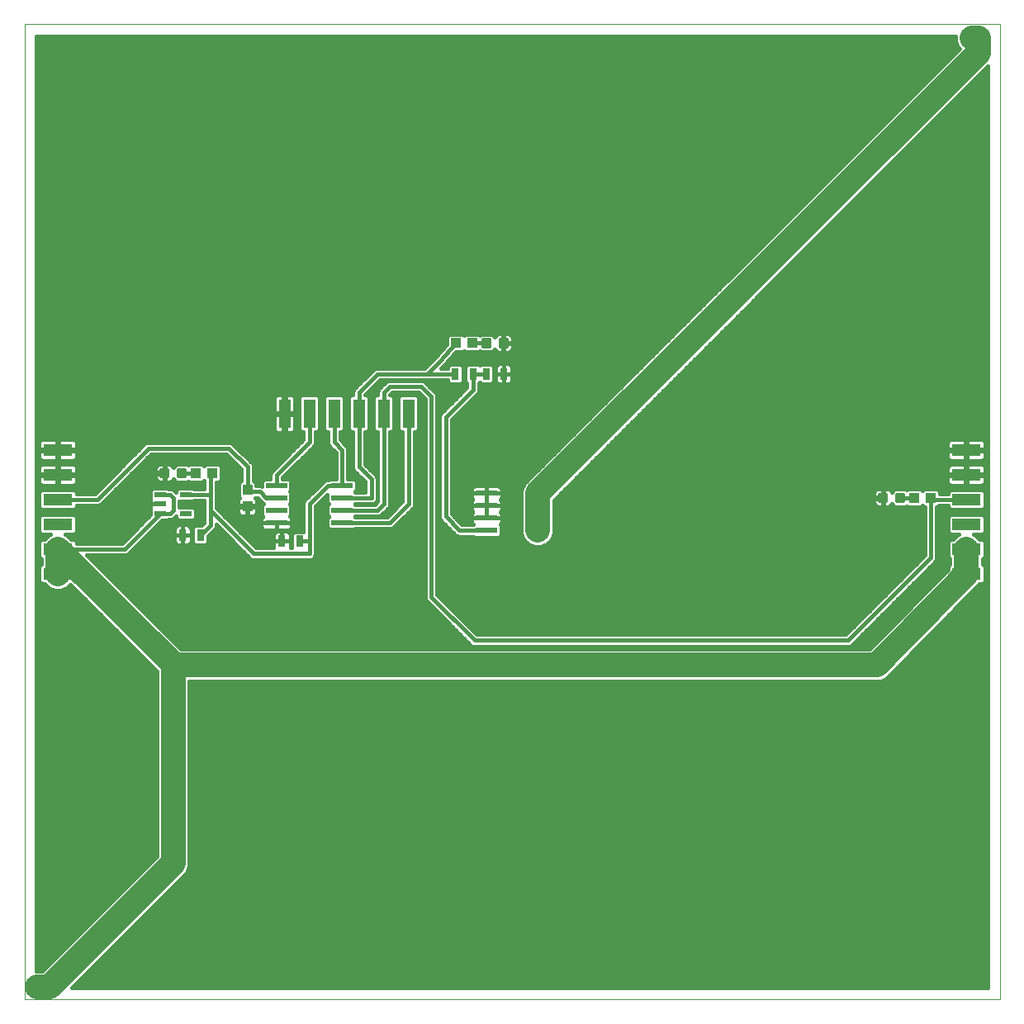
<source format=gtl>
G75*
%MOIN*%
%OFA0B0*%
%FSLAX24Y24*%
%IPPOS*%
%LPD*%
%AMOC8*
5,1,8,0,0,1.08239X$1,22.5*
%
%ADD10C,0.0000*%
%ADD11R,0.0870X0.0240*%
%ADD12C,0.0118*%
%ADD13R,0.0433X0.0394*%
%ADD14R,0.0472X0.0217*%
%ADD15R,0.0315X0.0472*%
%ADD16R,0.1181X0.0492*%
%ADD17R,0.0394X0.0433*%
%ADD18R,0.0492X0.1181*%
%ADD19C,0.0160*%
%ADD20C,0.1000*%
%ADD21C,0.0396*%
D10*
X003961Y000680D02*
X003961Y040050D01*
X043331Y040050D01*
X043331Y000680D01*
X003961Y000680D01*
D11*
X022616Y019615D03*
X022616Y020115D03*
X022616Y020615D03*
X022616Y021115D03*
X024676Y021115D03*
X024676Y020615D03*
X024676Y020115D03*
X024676Y019615D03*
X016781Y019930D03*
X016781Y020430D03*
X016781Y020930D03*
X016781Y021430D03*
X014131Y021430D03*
X014131Y020930D03*
X014131Y020430D03*
X014131Y019930D03*
D12*
X010445Y021792D02*
X010445Y022068D01*
X010445Y021792D02*
X010169Y021792D01*
X010169Y022068D01*
X010445Y022068D01*
X010445Y021909D02*
X010169Y021909D01*
X010169Y022026D02*
X010445Y022026D01*
X009754Y022068D02*
X009754Y021792D01*
X009478Y021792D01*
X009478Y022068D01*
X009754Y022068D01*
X009754Y021909D02*
X009478Y021909D01*
X009478Y022026D02*
X009754Y022026D01*
X022478Y027042D02*
X022478Y027318D01*
X022754Y027318D01*
X022754Y027042D01*
X022478Y027042D01*
X022478Y027159D02*
X022754Y027159D01*
X022754Y027276D02*
X022478Y027276D01*
X023169Y027318D02*
X023169Y027042D01*
X023169Y027318D02*
X023445Y027318D01*
X023445Y027042D01*
X023169Y027042D01*
X023169Y027159D02*
X023445Y027159D01*
X023445Y027276D02*
X023169Y027276D01*
X038754Y021068D02*
X038754Y020792D01*
X038478Y020792D01*
X038478Y021068D01*
X038754Y021068D01*
X038754Y020909D02*
X038478Y020909D01*
X038478Y021026D02*
X038754Y021026D01*
X039445Y021068D02*
X039445Y020792D01*
X039169Y020792D01*
X039169Y021068D01*
X039445Y021068D01*
X039445Y020909D02*
X039169Y020909D01*
X039169Y021026D02*
X039445Y021026D01*
D13*
X039877Y020930D03*
X040546Y020930D03*
X022046Y027180D03*
X021377Y027180D03*
X011546Y021930D03*
X010877Y021930D03*
D14*
X010473Y021054D03*
X010473Y020306D03*
X009450Y020306D03*
X009450Y020680D03*
X009450Y021054D03*
D15*
X010357Y019430D03*
X011066Y019430D03*
X014357Y019180D03*
X015066Y019180D03*
X021357Y025930D03*
X022066Y025930D03*
X022607Y025930D03*
X023316Y025930D03*
D16*
X005310Y022865D03*
X005310Y021865D03*
X005310Y020865D03*
X005310Y019865D03*
X005310Y018865D03*
X005310Y017865D03*
X041983Y017865D03*
X041983Y018865D03*
X041983Y019865D03*
X041983Y020865D03*
X041983Y021865D03*
X041983Y022865D03*
D17*
X012961Y021265D03*
X012961Y020595D03*
D18*
X014461Y024332D03*
X015461Y024332D03*
X016461Y024332D03*
X017461Y024332D03*
X018461Y024332D03*
X019461Y024332D03*
D19*
X019461Y020680D01*
X018711Y019930D01*
X016781Y019930D01*
X016781Y020430D02*
X018211Y020430D01*
X018461Y020680D01*
X018461Y024332D01*
X018461Y025180D01*
X018711Y025430D01*
X019961Y025430D01*
X020377Y025015D01*
X020377Y016930D01*
X022127Y015180D01*
X037211Y015180D01*
X040546Y018515D01*
X040546Y020930D01*
X040611Y020865D01*
X041983Y020865D01*
X041940Y021439D02*
X041369Y021439D01*
X041323Y021451D01*
X041282Y021475D01*
X041248Y021508D01*
X041225Y021549D01*
X041213Y021595D01*
X041213Y021822D01*
X041940Y021822D01*
X041940Y021908D01*
X041213Y021908D01*
X041213Y022135D01*
X041225Y022181D01*
X041248Y022222D01*
X041282Y022255D01*
X041323Y022279D01*
X041369Y022291D01*
X041940Y022291D01*
X041940Y021908D01*
X042026Y021908D01*
X042026Y022291D01*
X042597Y022291D01*
X042643Y022279D01*
X042684Y022255D01*
X042718Y022222D01*
X042741Y022181D01*
X042754Y022135D01*
X042754Y021908D01*
X042026Y021908D01*
X042026Y021822D01*
X042026Y021439D01*
X042597Y021439D01*
X042643Y021451D01*
X042684Y021475D01*
X042718Y021508D01*
X042741Y021549D01*
X042754Y021595D01*
X042754Y021822D01*
X042026Y021822D01*
X041940Y021822D01*
X041940Y021439D01*
X041940Y021444D02*
X042026Y021444D01*
X042026Y021602D02*
X041940Y021602D01*
X041940Y021761D02*
X042026Y021761D01*
X042026Y021919D02*
X041940Y021919D01*
X041940Y022078D02*
X042026Y022078D01*
X042026Y022236D02*
X041940Y022236D01*
X041940Y022439D02*
X041369Y022439D01*
X041323Y022451D01*
X041282Y022475D01*
X041248Y022508D01*
X041225Y022549D01*
X041213Y022595D01*
X041213Y022822D01*
X041940Y022822D01*
X041940Y022908D01*
X041213Y022908D01*
X041213Y023135D01*
X041225Y023181D01*
X041248Y023222D01*
X041282Y023255D01*
X041323Y023279D01*
X041369Y023291D01*
X041940Y023291D01*
X041940Y022908D01*
X042026Y022908D01*
X042026Y023291D01*
X042597Y023291D01*
X042643Y023279D01*
X042684Y023255D01*
X042718Y023222D01*
X042741Y023181D01*
X042754Y023135D01*
X042754Y022908D01*
X042026Y022908D01*
X042026Y022822D01*
X042026Y022439D01*
X042597Y022439D01*
X042643Y022451D01*
X042684Y022475D01*
X042718Y022508D01*
X042741Y022549D01*
X042754Y022595D01*
X042754Y022822D01*
X042026Y022822D01*
X041940Y022822D01*
X041940Y022439D01*
X041940Y022553D02*
X042026Y022553D01*
X042026Y022712D02*
X041940Y022712D01*
X041940Y022870D02*
X027365Y022870D01*
X027523Y023029D02*
X041213Y023029D01*
X041229Y023187D02*
X027682Y023187D01*
X027840Y023346D02*
X042851Y023346D01*
X042851Y023504D02*
X027999Y023504D01*
X028157Y023663D02*
X042851Y023663D01*
X042851Y023821D02*
X028316Y023821D01*
X028474Y023980D02*
X042851Y023980D01*
X042851Y024138D02*
X028633Y024138D01*
X028791Y024297D02*
X042851Y024297D01*
X042851Y024455D02*
X028950Y024455D01*
X029108Y024614D02*
X042851Y024614D01*
X042851Y024772D02*
X029267Y024772D01*
X029425Y024931D02*
X042851Y024931D01*
X042851Y025089D02*
X029584Y025089D01*
X029742Y025248D02*
X042851Y025248D01*
X042851Y025406D02*
X029901Y025406D01*
X030059Y025565D02*
X042851Y025565D01*
X042851Y025723D02*
X030218Y025723D01*
X030376Y025882D02*
X042851Y025882D01*
X042851Y026040D02*
X030535Y026040D01*
X030693Y026199D02*
X042851Y026199D01*
X042851Y026357D02*
X030852Y026357D01*
X031010Y026516D02*
X042851Y026516D01*
X042851Y026674D02*
X031169Y026674D01*
X031327Y026833D02*
X042851Y026833D01*
X042851Y026991D02*
X031486Y026991D01*
X031644Y027150D02*
X042851Y027150D01*
X042851Y027308D02*
X031803Y027308D01*
X031961Y027467D02*
X042851Y027467D01*
X042851Y027625D02*
X032120Y027625D01*
X032278Y027784D02*
X042851Y027784D01*
X042851Y027942D02*
X032437Y027942D01*
X032595Y028101D02*
X042851Y028101D01*
X042851Y028259D02*
X032754Y028259D01*
X032912Y028418D02*
X042851Y028418D01*
X042851Y028576D02*
X033071Y028576D01*
X033229Y028735D02*
X042851Y028735D01*
X042851Y028893D02*
X033388Y028893D01*
X033546Y029052D02*
X042851Y029052D01*
X042851Y029210D02*
X033705Y029210D01*
X033863Y029369D02*
X042851Y029369D01*
X042851Y029527D02*
X034022Y029527D01*
X034180Y029686D02*
X042851Y029686D01*
X042851Y029844D02*
X034339Y029844D01*
X034497Y030003D02*
X042851Y030003D01*
X042851Y030161D02*
X034656Y030161D01*
X034814Y030320D02*
X042851Y030320D01*
X042851Y030478D02*
X034973Y030478D01*
X035131Y030637D02*
X042851Y030637D01*
X042851Y030795D02*
X035290Y030795D01*
X035448Y030954D02*
X042851Y030954D01*
X042851Y031112D02*
X035607Y031112D01*
X035765Y031271D02*
X042851Y031271D01*
X042851Y031429D02*
X035924Y031429D01*
X036082Y031588D02*
X042851Y031588D01*
X042851Y031746D02*
X036241Y031746D01*
X036399Y031905D02*
X042851Y031905D01*
X042851Y032063D02*
X036558Y032063D01*
X036716Y032222D02*
X042851Y032222D01*
X042851Y032380D02*
X036875Y032380D01*
X037033Y032539D02*
X042851Y032539D01*
X042851Y032697D02*
X037192Y032697D01*
X037350Y032856D02*
X042851Y032856D01*
X042851Y033014D02*
X037509Y033014D01*
X037667Y033173D02*
X042851Y033173D01*
X042851Y033331D02*
X037826Y033331D01*
X037984Y033490D02*
X042851Y033490D01*
X042851Y033648D02*
X038143Y033648D01*
X038301Y033807D02*
X042851Y033807D01*
X042851Y033965D02*
X038460Y033965D01*
X038618Y034124D02*
X042851Y034124D01*
X042851Y034282D02*
X038777Y034282D01*
X038935Y034441D02*
X042851Y034441D01*
X042851Y034599D02*
X039094Y034599D01*
X039252Y034758D02*
X042851Y034758D01*
X042851Y034916D02*
X039411Y034916D01*
X039569Y035075D02*
X042851Y035075D01*
X042851Y035233D02*
X039728Y035233D01*
X039886Y035392D02*
X042851Y035392D01*
X042851Y035550D02*
X040045Y035550D01*
X040203Y035709D02*
X042851Y035709D01*
X042851Y035867D02*
X040362Y035867D01*
X040520Y036026D02*
X042851Y036026D01*
X042851Y036184D02*
X040679Y036184D01*
X040837Y036343D02*
X042851Y036343D01*
X042851Y036501D02*
X040996Y036501D01*
X041154Y036660D02*
X042851Y036660D01*
X042851Y036818D02*
X041313Y036818D01*
X041471Y036977D02*
X042851Y036977D01*
X042851Y037135D02*
X041630Y037135D01*
X041788Y037294D02*
X042851Y037294D01*
X042851Y037452D02*
X041947Y037452D01*
X042105Y037611D02*
X042851Y037611D01*
X042851Y037769D02*
X042264Y037769D01*
X042422Y037928D02*
X042851Y037928D01*
X042851Y038086D02*
X042581Y038086D01*
X042739Y038245D02*
X042851Y038245D01*
X042851Y038357D02*
X042851Y001160D01*
X005875Y001160D01*
X010521Y005806D01*
X010621Y006049D01*
X010621Y013520D01*
X038235Y013520D01*
X038238Y013519D01*
X038366Y013520D01*
X038494Y013520D01*
X038497Y013521D01*
X038500Y013521D01*
X038618Y013571D01*
X038737Y013620D01*
X038739Y013623D01*
X038742Y013624D01*
X038832Y013715D01*
X038923Y013806D01*
X038924Y013809D01*
X042452Y017400D01*
X042510Y017459D01*
X042640Y017459D01*
X042734Y017553D01*
X042734Y018177D01*
X042643Y018268D01*
X042643Y018462D01*
X042734Y018553D01*
X042734Y019177D01*
X042640Y019271D01*
X042510Y019271D01*
X042357Y019425D01*
X042274Y019459D01*
X042640Y019459D01*
X042734Y019553D01*
X042734Y020177D01*
X042640Y020271D01*
X041326Y020271D01*
X041233Y020177D01*
X041233Y019553D01*
X041326Y019459D01*
X041692Y019459D01*
X041609Y019425D01*
X041456Y019271D01*
X041326Y019271D01*
X041233Y019177D01*
X041233Y018553D01*
X041323Y018462D01*
X041323Y018268D01*
X041233Y018177D01*
X041233Y018043D01*
X038086Y014840D01*
X010268Y014840D01*
X006483Y018625D01*
X008056Y018625D01*
X008145Y018662D01*
X008212Y018729D01*
X009521Y020038D01*
X009752Y020038D01*
X009780Y020066D01*
X009885Y020066D01*
X009973Y020103D01*
X010077Y020206D01*
X010077Y020131D01*
X010171Y020038D01*
X010776Y020038D01*
X010869Y020131D01*
X010869Y020481D01*
X010776Y020574D01*
X010201Y020574D01*
X010201Y020786D01*
X010776Y020786D01*
X010804Y020814D01*
X011221Y020814D01*
X011221Y019925D01*
X011123Y019826D01*
X010842Y019826D01*
X010748Y019732D01*
X010748Y019128D01*
X010842Y019034D01*
X011290Y019034D01*
X011383Y019128D01*
X011383Y019408D01*
X011597Y019622D01*
X011665Y019690D01*
X011701Y019778D01*
X011701Y019851D01*
X013008Y018544D01*
X013075Y018477D01*
X013164Y018440D01*
X015509Y018440D01*
X015597Y018477D01*
X015665Y018544D01*
X015701Y018632D01*
X015701Y020581D01*
X016186Y021066D01*
X016186Y020744D01*
X016250Y020680D01*
X016186Y020616D01*
X016186Y020244D01*
X016250Y020180D01*
X016186Y020116D01*
X016186Y019744D01*
X016280Y019650D01*
X017283Y019650D01*
X017323Y019690D01*
X018759Y019690D01*
X018847Y019727D01*
X018915Y019794D01*
X019665Y020544D01*
X019701Y020632D01*
X019701Y023581D01*
X019774Y023581D01*
X019867Y023675D01*
X019867Y024988D01*
X019774Y025082D01*
X019149Y025082D01*
X019055Y024988D01*
X019055Y023675D01*
X019149Y023581D01*
X019221Y023581D01*
X019221Y020779D01*
X018612Y020170D01*
X017323Y020170D01*
X017313Y020180D01*
X017323Y020190D01*
X018259Y020190D01*
X018347Y020227D01*
X018597Y020477D01*
X018665Y020544D01*
X018701Y020632D01*
X018701Y023581D01*
X018774Y023581D01*
X018867Y023675D01*
X018867Y024988D01*
X018774Y025082D01*
X018703Y025082D01*
X018811Y025190D01*
X019862Y025190D01*
X020137Y024915D01*
X020137Y016882D01*
X020173Y016794D01*
X020241Y016727D01*
X021923Y015044D01*
X021991Y014977D01*
X022079Y014940D01*
X037259Y014940D01*
X037347Y014977D01*
X040682Y018311D01*
X040750Y018379D01*
X040786Y018467D01*
X040786Y020573D01*
X040829Y020573D01*
X040881Y020625D01*
X041233Y020625D01*
X041233Y020553D01*
X041326Y020459D01*
X042640Y020459D01*
X042734Y020553D01*
X042734Y021177D01*
X042640Y021271D01*
X041326Y021271D01*
X041233Y021177D01*
X041233Y021105D01*
X040923Y021105D01*
X040923Y021193D01*
X040829Y021287D01*
X040263Y021287D01*
X040211Y021235D01*
X040160Y021287D01*
X039594Y021287D01*
X039565Y021257D01*
X039535Y021287D01*
X039078Y021287D01*
X038968Y021176D01*
X038966Y021181D01*
X038940Y021220D01*
X038906Y021253D01*
X038867Y021280D01*
X038824Y021298D01*
X038777Y021307D01*
X038635Y021307D01*
X038635Y020948D01*
X038598Y020948D01*
X038598Y020912D01*
X038239Y020912D01*
X038239Y020769D01*
X038248Y020722D01*
X038266Y020679D01*
X038293Y020640D01*
X038326Y020607D01*
X038365Y020580D01*
X038409Y020562D01*
X038455Y020553D01*
X038598Y020553D01*
X038598Y020912D01*
X038635Y020912D01*
X038635Y020553D01*
X038777Y020553D01*
X038824Y020562D01*
X038867Y020580D01*
X038906Y020607D01*
X038940Y020640D01*
X038966Y020679D01*
X038968Y020684D01*
X039078Y020573D01*
X039535Y020573D01*
X039565Y020603D01*
X039594Y020573D01*
X040160Y020573D01*
X040211Y020625D01*
X040263Y020573D01*
X040306Y020573D01*
X040306Y018614D01*
X037112Y015420D01*
X022226Y015420D01*
X020617Y017029D01*
X020617Y025062D01*
X020580Y025151D01*
X020165Y025566D01*
X020097Y025633D01*
X020009Y025670D01*
X018664Y025670D01*
X018575Y025633D01*
X018325Y025383D01*
X018258Y025316D01*
X018221Y025228D01*
X018221Y025082D01*
X018149Y025082D01*
X018055Y024988D01*
X018055Y023675D01*
X018149Y023581D01*
X018221Y023581D01*
X018221Y020779D01*
X018112Y020670D01*
X017323Y020670D01*
X017313Y020680D01*
X017323Y020690D01*
X018009Y020690D01*
X018097Y020727D01*
X018165Y020794D01*
X018201Y020882D01*
X018201Y021728D01*
X018165Y021816D01*
X018097Y021883D01*
X017701Y022279D01*
X017701Y023581D01*
X017774Y023581D01*
X017867Y023675D01*
X017867Y024988D01*
X017774Y025082D01*
X017703Y025082D01*
X018311Y025690D01*
X021040Y025690D01*
X021040Y025628D01*
X021133Y025534D01*
X021581Y025534D01*
X021675Y025628D01*
X021675Y026232D01*
X021581Y026326D01*
X021133Y026326D01*
X021040Y026232D01*
X021040Y026170D01*
X020791Y026170D01*
X020853Y026232D01*
X020859Y026235D01*
X020886Y026265D01*
X020915Y026294D01*
X020918Y026301D01*
X021381Y026823D01*
X021660Y026823D01*
X021711Y026875D01*
X021763Y026823D01*
X022329Y026823D01*
X022358Y026853D01*
X022388Y026823D01*
X022845Y026823D01*
X022955Y026934D01*
X022957Y026929D01*
X022983Y026890D01*
X023017Y026857D01*
X023056Y026830D01*
X023099Y026812D01*
X023145Y026803D01*
X023288Y026803D01*
X023288Y027162D01*
X023325Y027162D01*
X023325Y027198D01*
X023684Y027198D01*
X023684Y027341D01*
X023674Y027388D01*
X023656Y027431D01*
X023630Y027470D01*
X023597Y027503D01*
X023558Y027530D01*
X023514Y027548D01*
X023468Y027557D01*
X023325Y027557D01*
X023325Y027198D01*
X023288Y027198D01*
X023288Y027557D01*
X023145Y027557D01*
X023099Y027548D01*
X023056Y027530D01*
X023017Y027503D01*
X022983Y027470D01*
X022957Y027431D01*
X022955Y027426D01*
X022845Y027537D01*
X022388Y027537D01*
X022358Y027507D01*
X022329Y027537D01*
X021763Y027537D01*
X021711Y027485D01*
X021660Y027537D01*
X021094Y027537D01*
X021000Y027443D01*
X021000Y027117D01*
X020537Y026595D01*
X020112Y026170D01*
X018164Y026170D01*
X018075Y026133D01*
X017325Y025383D01*
X017258Y025316D01*
X017221Y025228D01*
X017221Y025082D01*
X017149Y025082D01*
X017055Y024988D01*
X017055Y023675D01*
X017149Y023581D01*
X017221Y023581D01*
X017221Y022132D01*
X017258Y022044D01*
X017325Y021977D01*
X017721Y021581D01*
X017721Y021170D01*
X017323Y021170D01*
X017313Y021180D01*
X017376Y021244D01*
X017376Y021616D01*
X017283Y021710D01*
X017021Y021710D01*
X017021Y022908D01*
X016985Y022996D01*
X016701Y023279D01*
X016701Y023581D01*
X016774Y023581D01*
X016867Y023675D01*
X016867Y024988D01*
X016774Y025082D01*
X016149Y025082D01*
X016055Y024988D01*
X016055Y023675D01*
X016149Y023581D01*
X016221Y023581D01*
X016221Y023132D01*
X016258Y023044D01*
X016325Y022977D01*
X016541Y022761D01*
X016541Y021710D01*
X016280Y021710D01*
X016240Y021670D01*
X016164Y021670D01*
X016075Y021633D01*
X016008Y021566D01*
X015258Y020816D01*
X015221Y020728D01*
X015221Y019576D01*
X014842Y019576D01*
X014748Y019482D01*
X014748Y018920D01*
X014695Y018920D01*
X014695Y019180D01*
X014695Y019440D01*
X014682Y019486D01*
X014659Y019527D01*
X014625Y019560D01*
X014584Y019584D01*
X014538Y019596D01*
X014357Y019596D01*
X014176Y019596D01*
X014130Y019584D01*
X014089Y019560D01*
X014056Y019527D01*
X014032Y019486D01*
X014020Y019440D01*
X014020Y019180D01*
X014020Y018920D01*
X013311Y018920D01*
X011701Y020529D01*
X011701Y021573D01*
X011829Y021573D01*
X011923Y021667D01*
X011923Y022193D01*
X011829Y022287D01*
X011263Y022287D01*
X011211Y022235D01*
X011160Y022287D01*
X010594Y022287D01*
X010565Y022257D01*
X010535Y022287D01*
X010078Y022287D01*
X009968Y022176D01*
X009966Y022181D01*
X009940Y022220D01*
X009906Y022253D01*
X009867Y022280D01*
X009824Y022298D01*
X009777Y022307D01*
X009635Y022307D01*
X009635Y021948D01*
X009598Y021948D01*
X009598Y021912D01*
X009239Y021912D01*
X009239Y021769D01*
X009248Y021722D01*
X009266Y021679D01*
X009293Y021640D01*
X009326Y021607D01*
X009365Y021580D01*
X009409Y021562D01*
X009455Y021553D01*
X009598Y021553D01*
X009598Y021912D01*
X009635Y021912D01*
X009635Y021553D01*
X009777Y021553D01*
X009824Y021562D01*
X009867Y021580D01*
X009906Y021607D01*
X009940Y021640D01*
X009966Y021679D01*
X009968Y021684D01*
X010078Y021573D01*
X010535Y021573D01*
X010565Y021603D01*
X010594Y021573D01*
X011160Y021573D01*
X011211Y021625D01*
X011221Y021615D01*
X011221Y021294D01*
X010804Y021294D01*
X010776Y021322D01*
X010171Y021322D01*
X010077Y021229D01*
X010077Y021154D01*
X010041Y021190D01*
X009973Y021257D01*
X009885Y021294D01*
X009780Y021294D01*
X009752Y021322D01*
X009147Y021322D01*
X009053Y021229D01*
X009053Y020879D01*
X009056Y020876D01*
X009046Y020858D01*
X009033Y020812D01*
X009033Y020680D01*
X009450Y020680D01*
X009450Y020680D01*
X009033Y020680D01*
X009033Y020548D01*
X009046Y020502D01*
X009056Y020484D01*
X009053Y020481D01*
X009053Y020249D01*
X007909Y019105D01*
X006060Y019105D01*
X006060Y019177D01*
X005967Y019271D01*
X005837Y019271D01*
X005684Y019425D01*
X005601Y019459D01*
X005967Y019459D01*
X006060Y019553D01*
X006060Y020177D01*
X005967Y020271D01*
X004653Y020271D01*
X004559Y020177D01*
X004559Y019553D01*
X004653Y019459D01*
X005019Y019459D01*
X004936Y019425D01*
X004783Y019271D01*
X004653Y019271D01*
X004559Y019177D01*
X004559Y018553D01*
X004650Y018462D01*
X004650Y018268D01*
X004559Y018177D01*
X004559Y017553D01*
X004653Y017459D01*
X004783Y017459D01*
X004936Y017306D01*
X005179Y017205D01*
X005441Y017205D01*
X005684Y017306D01*
X005810Y017432D01*
X009301Y013940D01*
X009301Y006453D01*
X004688Y001840D01*
X004441Y001840D01*
X004441Y039570D01*
X041547Y039570D01*
X041547Y039357D01*
X041648Y039115D01*
X041695Y039067D01*
X024117Y021489D01*
X024016Y021246D01*
X024016Y019484D01*
X024117Y019241D01*
X024303Y019056D01*
X024545Y018955D01*
X024808Y018955D01*
X025050Y019056D01*
X025236Y019241D01*
X025336Y019484D01*
X025336Y020842D01*
X042851Y038357D01*
X041665Y039037D02*
X004441Y039037D01*
X004441Y038879D02*
X041507Y038879D01*
X041348Y038720D02*
X004441Y038720D01*
X004441Y038562D02*
X041190Y038562D01*
X041031Y038403D02*
X004441Y038403D01*
X004441Y038245D02*
X040873Y038245D01*
X040714Y038086D02*
X004441Y038086D01*
X004441Y037928D02*
X040556Y037928D01*
X040397Y037769D02*
X004441Y037769D01*
X004441Y037611D02*
X040239Y037611D01*
X040080Y037452D02*
X004441Y037452D01*
X004441Y037294D02*
X039922Y037294D01*
X039763Y037135D02*
X004441Y037135D01*
X004441Y036977D02*
X039605Y036977D01*
X039446Y036818D02*
X004441Y036818D01*
X004441Y036660D02*
X039288Y036660D01*
X039129Y036501D02*
X004441Y036501D01*
X004441Y036343D02*
X038971Y036343D01*
X038812Y036184D02*
X004441Y036184D01*
X004441Y036026D02*
X038654Y036026D01*
X038495Y035867D02*
X004441Y035867D01*
X004441Y035709D02*
X038337Y035709D01*
X038178Y035550D02*
X004441Y035550D01*
X004441Y035392D02*
X038020Y035392D01*
X037861Y035233D02*
X004441Y035233D01*
X004441Y035075D02*
X037703Y035075D01*
X037544Y034916D02*
X004441Y034916D01*
X004441Y034758D02*
X037386Y034758D01*
X037227Y034599D02*
X004441Y034599D01*
X004441Y034441D02*
X037069Y034441D01*
X036910Y034282D02*
X004441Y034282D01*
X004441Y034124D02*
X036752Y034124D01*
X036593Y033965D02*
X004441Y033965D01*
X004441Y033807D02*
X036435Y033807D01*
X036276Y033648D02*
X004441Y033648D01*
X004441Y033490D02*
X036118Y033490D01*
X035959Y033331D02*
X004441Y033331D01*
X004441Y033173D02*
X035801Y033173D01*
X035642Y033014D02*
X004441Y033014D01*
X004441Y032856D02*
X035484Y032856D01*
X035325Y032697D02*
X004441Y032697D01*
X004441Y032539D02*
X035167Y032539D01*
X035008Y032380D02*
X004441Y032380D01*
X004441Y032222D02*
X034850Y032222D01*
X034691Y032063D02*
X004441Y032063D01*
X004441Y031905D02*
X034533Y031905D01*
X034374Y031746D02*
X004441Y031746D01*
X004441Y031588D02*
X034216Y031588D01*
X034057Y031429D02*
X004441Y031429D01*
X004441Y031271D02*
X033899Y031271D01*
X033740Y031112D02*
X004441Y031112D01*
X004441Y030954D02*
X033582Y030954D01*
X033423Y030795D02*
X004441Y030795D01*
X004441Y030637D02*
X033265Y030637D01*
X033106Y030478D02*
X004441Y030478D01*
X004441Y030320D02*
X032948Y030320D01*
X032789Y030161D02*
X004441Y030161D01*
X004441Y030003D02*
X032631Y030003D01*
X032472Y029844D02*
X004441Y029844D01*
X004441Y029686D02*
X032314Y029686D01*
X032155Y029527D02*
X004441Y029527D01*
X004441Y029369D02*
X031997Y029369D01*
X031838Y029210D02*
X004441Y029210D01*
X004441Y029052D02*
X031680Y029052D01*
X031521Y028893D02*
X004441Y028893D01*
X004441Y028735D02*
X031363Y028735D01*
X031204Y028576D02*
X004441Y028576D01*
X004441Y028418D02*
X031046Y028418D01*
X030887Y028259D02*
X004441Y028259D01*
X004441Y028101D02*
X030729Y028101D01*
X030570Y027942D02*
X004441Y027942D01*
X004441Y027784D02*
X030412Y027784D01*
X030253Y027625D02*
X004441Y027625D01*
X004441Y027467D02*
X021024Y027467D01*
X021000Y027308D02*
X004441Y027308D01*
X004441Y027150D02*
X021000Y027150D01*
X020888Y026991D02*
X004441Y026991D01*
X004441Y026833D02*
X020748Y026833D01*
X020607Y026674D02*
X004441Y026674D01*
X004441Y026516D02*
X020458Y026516D01*
X020299Y026357D02*
X004441Y026357D01*
X004441Y026199D02*
X020141Y026199D01*
X020211Y025930D02*
X021357Y025930D01*
X021675Y025882D02*
X021748Y025882D01*
X021748Y026040D02*
X021675Y026040D01*
X021675Y026199D02*
X021748Y026199D01*
X021748Y026232D02*
X021748Y025628D01*
X021826Y025550D01*
X021826Y025384D01*
X020758Y024316D01*
X020721Y024228D01*
X020721Y020132D01*
X020758Y020044D01*
X020825Y019977D01*
X021390Y019412D01*
X021479Y019375D01*
X022075Y019375D01*
X022115Y019335D01*
X023118Y019335D01*
X023211Y019429D01*
X023211Y019801D01*
X023162Y019851D01*
X023195Y019885D01*
X023219Y019926D01*
X023231Y019971D01*
X023231Y020115D01*
X022616Y020115D01*
X022001Y020115D01*
X022001Y019971D01*
X022014Y019926D01*
X022037Y019885D01*
X022067Y019855D01*
X021626Y019855D01*
X021201Y020279D01*
X021201Y024081D01*
X022202Y025081D01*
X022269Y025148D01*
X022306Y025237D01*
X022306Y025550D01*
X022336Y025581D01*
X022383Y025534D01*
X022831Y025534D01*
X022925Y025628D01*
X022925Y026232D01*
X022831Y026326D01*
X022383Y026326D01*
X022336Y026279D01*
X022290Y026326D01*
X021842Y026326D01*
X021748Y026232D01*
X022066Y025930D02*
X022066Y025284D01*
X020961Y024180D01*
X020961Y020180D01*
X021526Y019615D01*
X022616Y019615D01*
X022616Y020115D02*
X022616Y020115D01*
X022001Y020115D01*
X022001Y020259D01*
X022014Y020305D01*
X022037Y020346D01*
X022057Y020365D01*
X022037Y020385D01*
X022014Y020426D01*
X022001Y020471D01*
X022001Y020615D01*
X022616Y020615D01*
X022616Y020615D01*
X022001Y020615D01*
X022001Y020759D01*
X022014Y020805D01*
X022037Y020846D01*
X022057Y020865D01*
X022037Y020885D01*
X022014Y020926D01*
X022001Y020971D01*
X022001Y021115D01*
X022616Y021115D01*
X022616Y021115D01*
X022001Y021115D01*
X022001Y021259D01*
X022014Y021305D01*
X022037Y021346D01*
X022071Y021379D01*
X022112Y021403D01*
X022158Y021415D01*
X022616Y021415D01*
X022616Y021115D01*
X022616Y021115D01*
X022616Y020815D01*
X022616Y020615D01*
X022616Y020615D01*
X022616Y020415D01*
X022616Y020115D01*
X022616Y020115D01*
X022616Y020615D01*
X022616Y020615D01*
X022616Y021115D01*
X022616Y021115D01*
X022616Y021415D01*
X023075Y021415D01*
X023121Y021403D01*
X023162Y021379D01*
X023195Y021346D01*
X023219Y021305D01*
X023231Y021259D01*
X023231Y021115D01*
X022616Y021115D01*
X022616Y021115D01*
X023231Y021115D01*
X023231Y020971D01*
X023219Y020926D01*
X023195Y020885D01*
X023176Y020865D01*
X023195Y020846D01*
X023219Y020805D01*
X023231Y020759D01*
X023231Y020615D01*
X022616Y020615D01*
X022616Y020615D01*
X023231Y020615D01*
X023231Y020471D01*
X023219Y020426D01*
X023195Y020385D01*
X023176Y020365D01*
X023195Y020346D01*
X023219Y020305D01*
X023231Y020259D01*
X023231Y020115D01*
X022616Y020115D01*
X022616Y020115D01*
X022616Y020176D02*
X022616Y020176D01*
X022616Y020334D02*
X022616Y020334D01*
X022616Y020493D02*
X022616Y020493D01*
X022616Y020651D02*
X022616Y020651D01*
X022616Y020810D02*
X022616Y020810D01*
X022616Y020968D02*
X022616Y020968D01*
X022616Y021127D02*
X022616Y021127D01*
X022616Y021285D02*
X022616Y021285D01*
X022009Y021285D02*
X021201Y021285D01*
X021201Y021127D02*
X022001Y021127D01*
X022002Y020968D02*
X021201Y020968D01*
X021201Y020810D02*
X022017Y020810D01*
X022001Y020651D02*
X021201Y020651D01*
X021201Y020493D02*
X022001Y020493D01*
X022031Y020334D02*
X021201Y020334D01*
X021305Y020176D02*
X022001Y020176D01*
X022001Y020017D02*
X021464Y020017D01*
X021622Y019859D02*
X022063Y019859D01*
X021459Y019383D02*
X020617Y019383D01*
X020617Y019225D02*
X024134Y019225D01*
X024058Y019383D02*
X023166Y019383D01*
X023211Y019542D02*
X024016Y019542D01*
X024016Y019700D02*
X023211Y019700D01*
X023162Y019851D02*
X023162Y019851D01*
X023170Y019859D02*
X024016Y019859D01*
X024016Y020017D02*
X023231Y020017D01*
X023231Y020176D02*
X024016Y020176D01*
X024016Y020334D02*
X023202Y020334D01*
X023231Y020493D02*
X024016Y020493D01*
X024016Y020651D02*
X023231Y020651D01*
X023216Y020810D02*
X024016Y020810D01*
X024016Y020968D02*
X023231Y020968D01*
X023231Y021127D02*
X024016Y021127D01*
X024032Y021285D02*
X023224Y021285D01*
X024098Y021444D02*
X021201Y021444D01*
X021201Y021602D02*
X024230Y021602D01*
X024389Y021761D02*
X021201Y021761D01*
X021201Y021919D02*
X024547Y021919D01*
X024706Y022078D02*
X021201Y022078D01*
X021201Y022236D02*
X024864Y022236D01*
X025023Y022395D02*
X021201Y022395D01*
X021201Y022553D02*
X025181Y022553D01*
X025340Y022712D02*
X021201Y022712D01*
X021201Y022870D02*
X025498Y022870D01*
X025657Y023029D02*
X021201Y023029D01*
X021201Y023187D02*
X025815Y023187D01*
X025974Y023346D02*
X021201Y023346D01*
X021201Y023504D02*
X026132Y023504D01*
X026291Y023663D02*
X021201Y023663D01*
X021201Y023821D02*
X026449Y023821D01*
X026608Y023980D02*
X021201Y023980D01*
X021259Y024138D02*
X026766Y024138D01*
X026925Y024297D02*
X021417Y024297D01*
X021576Y024455D02*
X027083Y024455D01*
X027242Y024614D02*
X021734Y024614D01*
X021893Y024772D02*
X027400Y024772D01*
X027559Y024931D02*
X022051Y024931D01*
X022210Y025089D02*
X027717Y025089D01*
X027876Y025248D02*
X022306Y025248D01*
X022306Y025406D02*
X028034Y025406D01*
X028193Y025565D02*
X023599Y025565D01*
X023584Y025550D02*
X023617Y025583D01*
X023641Y025624D01*
X023653Y025670D01*
X023653Y025930D01*
X023653Y026190D01*
X023641Y026236D01*
X023617Y026277D01*
X023584Y026310D01*
X023543Y026334D01*
X023497Y026346D01*
X023316Y026346D01*
X023316Y025930D01*
X023653Y025930D01*
X023316Y025930D01*
X023316Y025930D01*
X023316Y025930D01*
X023316Y025514D01*
X023497Y025514D01*
X023543Y025526D01*
X023584Y025550D01*
X023653Y025723D02*
X028351Y025723D01*
X028510Y025882D02*
X023653Y025882D01*
X023653Y026040D02*
X028668Y026040D01*
X028827Y026199D02*
X023651Y026199D01*
X023316Y026199D02*
X023316Y026199D01*
X023316Y026346D02*
X023135Y026346D01*
X023089Y026334D01*
X023048Y026310D01*
X023014Y026277D01*
X022991Y026236D01*
X022978Y026190D01*
X022978Y025930D01*
X023316Y025930D01*
X023316Y025930D01*
X023316Y026346D01*
X023316Y026040D02*
X023316Y026040D01*
X023316Y025930D02*
X023316Y025930D01*
X023316Y025514D01*
X023135Y025514D01*
X023089Y025526D01*
X023048Y025550D01*
X023014Y025583D01*
X022991Y025624D01*
X022978Y025670D01*
X022978Y025930D01*
X023316Y025930D01*
X023316Y025882D02*
X023316Y025882D01*
X023316Y025723D02*
X023316Y025723D01*
X023316Y025565D02*
X023316Y025565D01*
X023033Y025565D02*
X022862Y025565D01*
X022925Y025723D02*
X022978Y025723D01*
X022978Y025882D02*
X022925Y025882D01*
X022925Y026040D02*
X022978Y026040D01*
X022981Y026199D02*
X022925Y026199D01*
X022607Y025930D02*
X022066Y025930D01*
X021748Y025723D02*
X021675Y025723D01*
X021612Y025565D02*
X021811Y025565D01*
X021826Y025406D02*
X020325Y025406D01*
X020483Y025248D02*
X021690Y025248D01*
X021531Y025089D02*
X020606Y025089D01*
X020617Y024931D02*
X021373Y024931D01*
X021214Y024772D02*
X020617Y024772D01*
X020617Y024614D02*
X021056Y024614D01*
X020897Y024455D02*
X020617Y024455D01*
X020617Y024297D02*
X020750Y024297D01*
X020721Y024138D02*
X020617Y024138D01*
X020617Y023980D02*
X020721Y023980D01*
X020721Y023821D02*
X020617Y023821D01*
X020617Y023663D02*
X020721Y023663D01*
X020721Y023504D02*
X020617Y023504D01*
X020617Y023346D02*
X020721Y023346D01*
X020721Y023187D02*
X020617Y023187D01*
X020617Y023029D02*
X020721Y023029D01*
X020721Y022870D02*
X020617Y022870D01*
X020617Y022712D02*
X020721Y022712D01*
X020721Y022553D02*
X020617Y022553D01*
X020617Y022395D02*
X020721Y022395D01*
X020721Y022236D02*
X020617Y022236D01*
X020617Y022078D02*
X020721Y022078D01*
X020721Y021919D02*
X020617Y021919D01*
X020617Y021761D02*
X020721Y021761D01*
X020721Y021602D02*
X020617Y021602D01*
X020617Y021444D02*
X020721Y021444D01*
X020721Y021285D02*
X020617Y021285D01*
X020617Y021127D02*
X020721Y021127D01*
X020721Y020968D02*
X020617Y020968D01*
X020617Y020810D02*
X020721Y020810D01*
X020721Y020651D02*
X020617Y020651D01*
X020617Y020493D02*
X020721Y020493D01*
X020721Y020334D02*
X020617Y020334D01*
X020617Y020176D02*
X020721Y020176D01*
X020785Y020017D02*
X020617Y020017D01*
X020617Y019859D02*
X020943Y019859D01*
X021102Y019700D02*
X020617Y019700D01*
X020617Y019542D02*
X021260Y019542D01*
X020617Y019066D02*
X024292Y019066D01*
X025061Y019066D02*
X040306Y019066D01*
X040306Y018908D02*
X020617Y018908D01*
X020617Y018749D02*
X040306Y018749D01*
X040283Y018591D02*
X020617Y018591D01*
X020617Y018432D02*
X040124Y018432D01*
X039966Y018274D02*
X020617Y018274D01*
X020617Y018115D02*
X039807Y018115D01*
X039649Y017957D02*
X020617Y017957D01*
X020617Y017798D02*
X039490Y017798D01*
X039332Y017640D02*
X020617Y017640D01*
X020617Y017481D02*
X039173Y017481D01*
X039015Y017323D02*
X020617Y017323D01*
X020617Y017164D02*
X038856Y017164D01*
X038698Y017006D02*
X020641Y017006D01*
X020799Y016847D02*
X038539Y016847D01*
X038381Y016689D02*
X020958Y016689D01*
X021116Y016530D02*
X038222Y016530D01*
X038064Y016372D02*
X021275Y016372D01*
X021433Y016213D02*
X037905Y016213D01*
X037747Y016055D02*
X021592Y016055D01*
X021750Y015896D02*
X037588Y015896D01*
X037430Y015738D02*
X021909Y015738D01*
X022067Y015579D02*
X037271Y015579D01*
X037113Y015421D02*
X022226Y015421D01*
X021864Y015104D02*
X010005Y015104D01*
X009846Y015262D02*
X021705Y015262D01*
X021547Y015421D02*
X009688Y015421D01*
X009529Y015579D02*
X021388Y015579D01*
X021230Y015738D02*
X009371Y015738D01*
X009212Y015896D02*
X021071Y015896D01*
X020913Y016055D02*
X009054Y016055D01*
X008895Y016213D02*
X020754Y016213D01*
X020596Y016372D02*
X008737Y016372D01*
X008578Y016530D02*
X020437Y016530D01*
X020279Y016689D02*
X008420Y016689D01*
X008261Y016847D02*
X020151Y016847D01*
X020241Y016727D02*
X020241Y016727D01*
X020137Y017006D02*
X008103Y017006D01*
X007944Y017164D02*
X020137Y017164D01*
X020137Y017323D02*
X007786Y017323D01*
X007627Y017481D02*
X020137Y017481D01*
X020137Y017640D02*
X007469Y017640D01*
X007310Y017798D02*
X020137Y017798D01*
X020137Y017957D02*
X007152Y017957D01*
X006993Y018115D02*
X020137Y018115D01*
X020137Y018274D02*
X006835Y018274D01*
X006676Y018432D02*
X020137Y018432D01*
X020137Y018591D02*
X015684Y018591D01*
X015701Y018749D02*
X020137Y018749D01*
X020137Y018908D02*
X015701Y018908D01*
X015701Y019066D02*
X020137Y019066D01*
X020137Y019225D02*
X015701Y019225D01*
X015701Y019383D02*
X020137Y019383D01*
X020137Y019542D02*
X015701Y019542D01*
X015701Y019700D02*
X016230Y019700D01*
X016186Y019859D02*
X015701Y019859D01*
X015701Y020017D02*
X016186Y020017D01*
X016246Y020176D02*
X015701Y020176D01*
X015701Y020334D02*
X016186Y020334D01*
X016186Y020493D02*
X015701Y020493D01*
X015772Y020651D02*
X016221Y020651D01*
X016186Y020810D02*
X015930Y020810D01*
X016089Y020968D02*
X016186Y020968D01*
X016211Y021430D02*
X016781Y021430D01*
X016781Y022860D01*
X016461Y023180D01*
X016461Y024332D01*
X016055Y024297D02*
X015867Y024297D01*
X015867Y024455D02*
X016055Y024455D01*
X016055Y024614D02*
X015867Y024614D01*
X015867Y024772D02*
X016055Y024772D01*
X016055Y024931D02*
X015867Y024931D01*
X015867Y024988D02*
X015774Y025082D01*
X015149Y025082D01*
X015055Y024988D01*
X015055Y023675D01*
X015149Y023581D01*
X015221Y023581D01*
X015221Y023279D01*
X013928Y021986D01*
X013891Y021898D01*
X013891Y021710D01*
X013630Y021710D01*
X013536Y021616D01*
X013536Y021409D01*
X013509Y021420D01*
X013318Y021420D01*
X013318Y021547D01*
X013225Y021641D01*
X013201Y021641D01*
X013201Y022228D01*
X013165Y022316D01*
X013097Y022383D01*
X012415Y023066D01*
X012347Y023133D01*
X012259Y023170D01*
X008914Y023170D01*
X008825Y023133D01*
X008758Y023066D01*
X008758Y023066D01*
X006797Y021105D01*
X006060Y021105D01*
X006060Y021177D01*
X005967Y021271D01*
X004653Y021271D01*
X004559Y021177D01*
X004559Y020553D01*
X004653Y020459D01*
X005967Y020459D01*
X006060Y020553D01*
X006060Y020625D01*
X006944Y020625D01*
X007032Y020662D01*
X007100Y020729D01*
X009061Y022690D01*
X012112Y022690D01*
X012721Y022081D01*
X012721Y021641D01*
X012698Y021641D01*
X012605Y021547D01*
X012605Y020982D01*
X012642Y020944D01*
X012621Y020922D01*
X012597Y020881D01*
X012585Y020836D01*
X012585Y020614D01*
X012943Y020614D01*
X012943Y020577D01*
X012585Y020577D01*
X012585Y020355D01*
X012597Y020309D01*
X012621Y020268D01*
X012654Y020235D01*
X012695Y020211D01*
X012741Y020199D01*
X012943Y020199D01*
X012943Y020577D01*
X012980Y020577D01*
X012980Y020614D01*
X013338Y020614D01*
X013338Y020836D01*
X013326Y020881D01*
X013302Y020922D01*
X013285Y020940D01*
X013362Y020940D01*
X013508Y020794D01*
X013536Y020766D01*
X013536Y020744D01*
X013600Y020680D01*
X013536Y020616D01*
X013536Y020244D01*
X013586Y020194D01*
X013552Y020161D01*
X013529Y020119D01*
X013516Y020074D01*
X013516Y019930D01*
X014131Y019930D01*
X013516Y019930D01*
X013516Y019786D01*
X013529Y019741D01*
X013552Y019699D01*
X013586Y019666D01*
X013627Y019642D01*
X013673Y019630D01*
X014131Y019630D01*
X014131Y019930D01*
X014131Y019930D01*
X014131Y019930D01*
X014131Y019630D01*
X014590Y019630D01*
X014636Y019642D01*
X014677Y019666D01*
X014710Y019699D01*
X014734Y019741D01*
X014746Y019786D01*
X014746Y019930D01*
X014746Y020074D01*
X014734Y020119D01*
X014710Y020161D01*
X014677Y020194D01*
X014677Y020194D01*
X014726Y020244D01*
X014726Y020616D01*
X014663Y020680D01*
X014726Y020744D01*
X014726Y021116D01*
X014663Y021180D01*
X014726Y021244D01*
X014726Y021616D01*
X014633Y021710D01*
X014371Y021710D01*
X014371Y021751D01*
X015597Y022977D01*
X015597Y022977D01*
X015665Y023044D01*
X015701Y023132D01*
X015701Y023581D01*
X015774Y023581D01*
X015867Y023675D01*
X015867Y024988D01*
X015461Y024332D02*
X015461Y023180D01*
X014131Y021850D01*
X014131Y021430D01*
X013891Y021761D02*
X013201Y021761D01*
X013201Y021919D02*
X013900Y021919D01*
X014020Y022078D02*
X013201Y022078D01*
X013198Y022236D02*
X014178Y022236D01*
X014337Y022395D02*
X013086Y022395D01*
X012928Y022553D02*
X014495Y022553D01*
X014654Y022712D02*
X012769Y022712D01*
X012611Y022870D02*
X014812Y022870D01*
X014971Y023029D02*
X012452Y023029D01*
X012415Y023066D02*
X012415Y023066D01*
X012211Y022930D02*
X012961Y022180D01*
X012961Y021265D01*
X013046Y021180D01*
X013461Y021180D01*
X013711Y020930D01*
X014131Y020930D01*
X013571Y020651D02*
X013338Y020651D01*
X013338Y020577D02*
X012980Y020577D01*
X012980Y020199D01*
X013182Y020199D01*
X013228Y020211D01*
X013269Y020235D01*
X013302Y020268D01*
X013326Y020309D01*
X013338Y020355D01*
X013338Y020577D01*
X013338Y020493D02*
X013536Y020493D01*
X013536Y020334D02*
X013333Y020334D01*
X013567Y020176D02*
X012055Y020176D01*
X011897Y020334D02*
X012590Y020334D01*
X012585Y020493D02*
X011738Y020493D01*
X011701Y020651D02*
X012585Y020651D01*
X012585Y020810D02*
X011701Y020810D01*
X011701Y020968D02*
X012618Y020968D01*
X012605Y021127D02*
X011701Y021127D01*
X011701Y021285D02*
X012605Y021285D01*
X012605Y021444D02*
X011701Y021444D01*
X011858Y021602D02*
X012659Y021602D01*
X012721Y021761D02*
X011923Y021761D01*
X011923Y021919D02*
X012721Y021919D01*
X012721Y022078D02*
X011923Y022078D01*
X011880Y022236D02*
X012566Y022236D01*
X012407Y022395D02*
X008765Y022395D01*
X008924Y022553D02*
X012249Y022553D01*
X012211Y022930D02*
X008961Y022930D01*
X006896Y020865D01*
X005310Y020865D01*
X005353Y021439D02*
X005924Y021439D01*
X005970Y021451D01*
X006011Y021475D01*
X006044Y021508D01*
X006068Y021549D01*
X006080Y021595D01*
X006080Y021822D01*
X005353Y021822D01*
X005353Y021908D01*
X006080Y021908D01*
X006080Y022135D01*
X006068Y022181D01*
X006044Y022222D01*
X006011Y022255D01*
X005970Y022279D01*
X005924Y022291D01*
X005353Y022291D01*
X005353Y021908D01*
X005267Y021908D01*
X005267Y022291D01*
X004696Y022291D01*
X004650Y022279D01*
X004609Y022255D01*
X004575Y022222D01*
X004552Y022181D01*
X004539Y022135D01*
X004539Y021908D01*
X005267Y021908D01*
X005267Y021822D01*
X005353Y021822D01*
X005353Y021439D01*
X005353Y021444D02*
X005267Y021444D01*
X005267Y021439D02*
X005267Y021822D01*
X004539Y021822D01*
X004539Y021595D01*
X004552Y021549D01*
X004575Y021508D01*
X004609Y021475D01*
X004650Y021451D01*
X004696Y021439D01*
X005267Y021439D01*
X005267Y021602D02*
X005353Y021602D01*
X005353Y021761D02*
X005267Y021761D01*
X005267Y021919D02*
X005353Y021919D01*
X005353Y022078D02*
X005267Y022078D01*
X005267Y022236D02*
X005353Y022236D01*
X005353Y022439D02*
X005924Y022439D01*
X005970Y022451D01*
X006011Y022475D01*
X006044Y022508D01*
X006068Y022549D01*
X006080Y022595D01*
X006080Y022822D01*
X005353Y022822D01*
X005353Y022908D01*
X006080Y022908D01*
X006080Y023135D01*
X006068Y023181D01*
X006044Y023222D01*
X006011Y023255D01*
X005970Y023279D01*
X005924Y023291D01*
X005353Y023291D01*
X005353Y022908D01*
X005267Y022908D01*
X005267Y023291D01*
X004696Y023291D01*
X004650Y023279D01*
X004609Y023255D01*
X004575Y023222D01*
X004552Y023181D01*
X004539Y023135D01*
X004539Y022908D01*
X005267Y022908D01*
X005267Y022822D01*
X005353Y022822D01*
X005353Y022439D01*
X005267Y022439D02*
X005267Y022822D01*
X004539Y022822D01*
X004539Y022595D01*
X004552Y022549D01*
X004575Y022508D01*
X004609Y022475D01*
X004650Y022451D01*
X004696Y022439D01*
X005267Y022439D01*
X005267Y022553D02*
X005353Y022553D01*
X005353Y022712D02*
X005267Y022712D01*
X005267Y022870D02*
X004441Y022870D01*
X004441Y022712D02*
X004539Y022712D01*
X004551Y022553D02*
X004441Y022553D01*
X004441Y022395D02*
X008087Y022395D01*
X008245Y022553D02*
X006069Y022553D01*
X006080Y022712D02*
X008404Y022712D01*
X008562Y022870D02*
X005353Y022870D01*
X005353Y023029D02*
X005267Y023029D01*
X005267Y023187D02*
X005353Y023187D01*
X006064Y023187D02*
X015129Y023187D01*
X015221Y023346D02*
X004441Y023346D01*
X004441Y023504D02*
X015221Y023504D01*
X015068Y023663D02*
X014870Y023663D01*
X014875Y023672D02*
X014887Y023717D01*
X014887Y024289D01*
X014504Y024289D01*
X014504Y023561D01*
X014731Y023561D01*
X014777Y023573D01*
X014818Y023597D01*
X014852Y023631D01*
X014875Y023672D01*
X014887Y023821D02*
X015055Y023821D01*
X015055Y023980D02*
X014887Y023980D01*
X014887Y024138D02*
X015055Y024138D01*
X015055Y024297D02*
X014504Y024297D01*
X014504Y024289D02*
X014504Y024375D01*
X014418Y024375D01*
X014418Y025102D01*
X014192Y025102D01*
X014146Y025090D01*
X014105Y025066D01*
X014071Y025033D01*
X014048Y024992D01*
X014035Y024946D01*
X014035Y024375D01*
X014418Y024375D01*
X014418Y024289D01*
X014035Y024289D01*
X014035Y023717D01*
X014048Y023672D01*
X014071Y023631D01*
X014105Y023597D01*
X014146Y023573D01*
X014192Y023561D01*
X014418Y023561D01*
X014418Y024289D01*
X014504Y024289D01*
X014504Y024375D02*
X014887Y024375D01*
X014887Y024946D01*
X014875Y024992D01*
X014852Y025033D01*
X014818Y025066D01*
X014777Y025090D01*
X014731Y025102D01*
X014504Y025102D01*
X014504Y024375D01*
X014504Y024455D02*
X014418Y024455D01*
X014418Y024297D02*
X004441Y024297D01*
X004441Y024455D02*
X014035Y024455D01*
X014035Y024614D02*
X004441Y024614D01*
X004441Y024772D02*
X014035Y024772D01*
X014035Y024931D02*
X004441Y024931D01*
X004441Y025089D02*
X014144Y025089D01*
X014418Y025089D02*
X014504Y025089D01*
X014504Y024931D02*
X014418Y024931D01*
X014418Y024772D02*
X014504Y024772D01*
X014504Y024614D02*
X014418Y024614D01*
X014887Y024614D02*
X015055Y024614D01*
X015055Y024772D02*
X014887Y024772D01*
X014887Y024931D02*
X015055Y024931D01*
X014778Y025089D02*
X017221Y025089D01*
X017230Y025248D02*
X004441Y025248D01*
X004441Y025406D02*
X017348Y025406D01*
X017507Y025565D02*
X004441Y025565D01*
X004441Y025723D02*
X017665Y025723D01*
X017824Y025882D02*
X004441Y025882D01*
X004441Y026040D02*
X017982Y026040D01*
X018211Y025930D02*
X017461Y025180D01*
X017461Y024332D01*
X017461Y022180D01*
X017961Y021680D01*
X017961Y020930D01*
X016781Y020930D01*
X017376Y021285D02*
X017721Y021285D01*
X017721Y021444D02*
X017376Y021444D01*
X017376Y021602D02*
X017700Y021602D01*
X017541Y021761D02*
X017021Y021761D01*
X017021Y021919D02*
X017383Y021919D01*
X017244Y022078D02*
X017021Y022078D01*
X017021Y022236D02*
X017221Y022236D01*
X017221Y022395D02*
X017021Y022395D01*
X017021Y022553D02*
X017221Y022553D01*
X017221Y022712D02*
X017021Y022712D01*
X017021Y022870D02*
X017221Y022870D01*
X017221Y023029D02*
X016952Y023029D01*
X016794Y023187D02*
X017221Y023187D01*
X017221Y023346D02*
X016701Y023346D01*
X016701Y023504D02*
X017221Y023504D01*
X017068Y023663D02*
X016855Y023663D01*
X016867Y023821D02*
X017055Y023821D01*
X017055Y023980D02*
X016867Y023980D01*
X016867Y024138D02*
X017055Y024138D01*
X017055Y024297D02*
X016867Y024297D01*
X016867Y024455D02*
X017055Y024455D01*
X017055Y024614D02*
X016867Y024614D01*
X016867Y024772D02*
X017055Y024772D01*
X017055Y024931D02*
X016867Y024931D01*
X017710Y025089D02*
X018221Y025089D01*
X018230Y025248D02*
X017868Y025248D01*
X018027Y025406D02*
X018348Y025406D01*
X018507Y025565D02*
X018185Y025565D01*
X018211Y025930D02*
X020211Y025930D01*
X020711Y026430D01*
X021377Y027180D01*
X021669Y026833D02*
X021754Y026833D01*
X022046Y027180D02*
X022616Y027180D01*
X022915Y027467D02*
X022981Y027467D01*
X023288Y027467D02*
X023325Y027467D01*
X023325Y027308D02*
X023288Y027308D01*
X023325Y027162D02*
X023684Y027162D01*
X023684Y027019D01*
X023674Y026972D01*
X023656Y026929D01*
X023630Y026890D01*
X023597Y026857D01*
X023558Y026830D01*
X023514Y026812D01*
X023468Y026803D01*
X023325Y026803D01*
X023325Y027162D01*
X023325Y027150D02*
X023288Y027150D01*
X023288Y026991D02*
X023325Y026991D01*
X023325Y026833D02*
X023288Y026833D01*
X023052Y026833D02*
X022854Y026833D01*
X022378Y026833D02*
X022338Y026833D01*
X023561Y026833D02*
X029461Y026833D01*
X029619Y026991D02*
X023678Y026991D01*
X023684Y027150D02*
X029778Y027150D01*
X029936Y027308D02*
X023684Y027308D01*
X023633Y027467D02*
X030095Y027467D01*
X029302Y026674D02*
X021249Y026674D01*
X021108Y026516D02*
X029144Y026516D01*
X028985Y026357D02*
X020968Y026357D01*
X021040Y026199D02*
X020819Y026199D01*
X021103Y025565D02*
X020166Y025565D01*
X019963Y025089D02*
X018710Y025089D01*
X018867Y024931D02*
X019055Y024931D01*
X019055Y024772D02*
X018867Y024772D01*
X018867Y024614D02*
X019055Y024614D01*
X019055Y024455D02*
X018867Y024455D01*
X018867Y024297D02*
X019055Y024297D01*
X019055Y024138D02*
X018867Y024138D01*
X018867Y023980D02*
X019055Y023980D01*
X019055Y023821D02*
X018867Y023821D01*
X018855Y023663D02*
X019068Y023663D01*
X019221Y023504D02*
X018701Y023504D01*
X018701Y023346D02*
X019221Y023346D01*
X019221Y023187D02*
X018701Y023187D01*
X018701Y023029D02*
X019221Y023029D01*
X019221Y022870D02*
X018701Y022870D01*
X018701Y022712D02*
X019221Y022712D01*
X019221Y022553D02*
X018701Y022553D01*
X018701Y022395D02*
X019221Y022395D01*
X019221Y022236D02*
X018701Y022236D01*
X018701Y022078D02*
X019221Y022078D01*
X019221Y021919D02*
X018701Y021919D01*
X018701Y021761D02*
X019221Y021761D01*
X019221Y021602D02*
X018701Y021602D01*
X018701Y021444D02*
X019221Y021444D01*
X019221Y021285D02*
X018701Y021285D01*
X018701Y021127D02*
X019221Y021127D01*
X019221Y020968D02*
X018701Y020968D01*
X018701Y020810D02*
X019221Y020810D01*
X019093Y020651D02*
X018701Y020651D01*
X018613Y020493D02*
X018935Y020493D01*
X018776Y020334D02*
X018455Y020334D01*
X018618Y020176D02*
X017317Y020176D01*
X018171Y020810D02*
X018221Y020810D01*
X018221Y020968D02*
X018201Y020968D01*
X018201Y021127D02*
X018221Y021127D01*
X018221Y021285D02*
X018201Y021285D01*
X018201Y021444D02*
X018221Y021444D01*
X018221Y021602D02*
X018201Y021602D01*
X018188Y021761D02*
X018221Y021761D01*
X018221Y021919D02*
X018062Y021919D01*
X017903Y022078D02*
X018221Y022078D01*
X018221Y022236D02*
X017745Y022236D01*
X017701Y022395D02*
X018221Y022395D01*
X018221Y022553D02*
X017701Y022553D01*
X017701Y022712D02*
X018221Y022712D01*
X018221Y022870D02*
X017701Y022870D01*
X017701Y023029D02*
X018221Y023029D01*
X018221Y023187D02*
X017701Y023187D01*
X017701Y023346D02*
X018221Y023346D01*
X018221Y023504D02*
X017701Y023504D01*
X017855Y023663D02*
X018068Y023663D01*
X018055Y023821D02*
X017867Y023821D01*
X017867Y023980D02*
X018055Y023980D01*
X018055Y024138D02*
X017867Y024138D01*
X017867Y024297D02*
X018055Y024297D01*
X018055Y024455D02*
X017867Y024455D01*
X017867Y024614D02*
X018055Y024614D01*
X018055Y024772D02*
X017867Y024772D01*
X017867Y024931D02*
X018055Y024931D01*
X019855Y023663D02*
X020137Y023663D01*
X020137Y023821D02*
X019867Y023821D01*
X019867Y023980D02*
X020137Y023980D01*
X020137Y024138D02*
X019867Y024138D01*
X019867Y024297D02*
X020137Y024297D01*
X020137Y024455D02*
X019867Y024455D01*
X019867Y024614D02*
X020137Y024614D01*
X020137Y024772D02*
X019867Y024772D01*
X019867Y024931D02*
X020121Y024931D01*
X020137Y023504D02*
X019701Y023504D01*
X019701Y023346D02*
X020137Y023346D01*
X020137Y023187D02*
X019701Y023187D01*
X019701Y023029D02*
X020137Y023029D01*
X020137Y022870D02*
X019701Y022870D01*
X019701Y022712D02*
X020137Y022712D01*
X020137Y022553D02*
X019701Y022553D01*
X019701Y022395D02*
X020137Y022395D01*
X020137Y022236D02*
X019701Y022236D01*
X019701Y022078D02*
X020137Y022078D01*
X020137Y021919D02*
X019701Y021919D01*
X019701Y021761D02*
X020137Y021761D01*
X020137Y021602D02*
X019701Y021602D01*
X019701Y021444D02*
X020137Y021444D01*
X020137Y021285D02*
X019701Y021285D01*
X019701Y021127D02*
X020137Y021127D01*
X020137Y020968D02*
X019701Y020968D01*
X019701Y020810D02*
X020137Y020810D01*
X020137Y020651D02*
X019701Y020651D01*
X019613Y020493D02*
X020137Y020493D01*
X020137Y020334D02*
X019455Y020334D01*
X019296Y020176D02*
X020137Y020176D01*
X020137Y020017D02*
X019138Y020017D01*
X018979Y019859D02*
X020137Y019859D01*
X020137Y019700D02*
X018783Y019700D01*
X016541Y021761D02*
X014381Y021761D01*
X014540Y021919D02*
X016541Y021919D01*
X016541Y022078D02*
X014698Y022078D01*
X014857Y022236D02*
X016541Y022236D01*
X016541Y022395D02*
X015015Y022395D01*
X015174Y022553D02*
X016541Y022553D01*
X016541Y022712D02*
X015332Y022712D01*
X015491Y022870D02*
X016432Y022870D01*
X016273Y023029D02*
X015649Y023029D01*
X015701Y023187D02*
X016221Y023187D01*
X016221Y023346D02*
X015701Y023346D01*
X015701Y023504D02*
X016221Y023504D01*
X016068Y023663D02*
X015855Y023663D01*
X015867Y023821D02*
X016055Y023821D01*
X016055Y023980D02*
X015867Y023980D01*
X015867Y024138D02*
X016055Y024138D01*
X015055Y024455D02*
X014887Y024455D01*
X014504Y024138D02*
X014418Y024138D01*
X014418Y023980D02*
X014504Y023980D01*
X014504Y023821D02*
X014418Y023821D01*
X014418Y023663D02*
X014504Y023663D01*
X014053Y023663D02*
X004441Y023663D01*
X004441Y023821D02*
X014035Y023821D01*
X014035Y023980D02*
X004441Y023980D01*
X004441Y024138D02*
X014035Y024138D01*
X011546Y021930D02*
X011461Y021845D01*
X011461Y021054D01*
X011461Y020430D01*
X011461Y019826D01*
X011066Y019430D01*
X011383Y019383D02*
X012169Y019383D01*
X012327Y019225D02*
X011383Y019225D01*
X011322Y019066D02*
X012486Y019066D01*
X012644Y018908D02*
X008391Y018908D01*
X008549Y019066D02*
X010073Y019066D01*
X010089Y019050D02*
X010130Y019026D01*
X010176Y019014D01*
X010357Y019014D01*
X010357Y019430D01*
X010020Y019430D01*
X010020Y019170D01*
X010032Y019124D01*
X010056Y019083D01*
X010089Y019050D01*
X010020Y019225D02*
X008708Y019225D01*
X008866Y019383D02*
X010020Y019383D01*
X010020Y019430D02*
X010357Y019430D01*
X010357Y019430D01*
X010357Y019846D01*
X010176Y019846D01*
X010130Y019834D01*
X010089Y019810D01*
X010056Y019777D01*
X010032Y019736D01*
X010020Y019690D01*
X010020Y019430D01*
X010020Y019542D02*
X009025Y019542D01*
X009183Y019700D02*
X010022Y019700D01*
X010357Y019700D02*
X010357Y019700D01*
X010357Y019846D02*
X010357Y019430D01*
X010357Y019430D01*
X010357Y019430D01*
X010357Y019014D01*
X010538Y019014D01*
X010584Y019026D01*
X010625Y019050D01*
X010659Y019083D01*
X010682Y019124D01*
X010695Y019170D01*
X010695Y019430D01*
X010695Y019690D01*
X010682Y019736D01*
X010659Y019777D01*
X010625Y019810D01*
X010584Y019834D01*
X010538Y019846D01*
X010357Y019846D01*
X010357Y019542D02*
X010357Y019542D01*
X010357Y019430D02*
X010695Y019430D01*
X010357Y019430D01*
X010357Y019430D01*
X010357Y019383D02*
X010357Y019383D01*
X010357Y019225D02*
X010357Y019225D01*
X010357Y019066D02*
X010357Y019066D01*
X010641Y019066D02*
X010810Y019066D01*
X010748Y019225D02*
X010695Y019225D01*
X010695Y019383D02*
X010748Y019383D01*
X010748Y019542D02*
X010695Y019542D01*
X010692Y019700D02*
X010748Y019700D01*
X011155Y019859D02*
X009342Y019859D01*
X009500Y020017D02*
X011221Y020017D01*
X011221Y020176D02*
X010869Y020176D01*
X010869Y020334D02*
X011221Y020334D01*
X011221Y020493D02*
X010857Y020493D01*
X010800Y020810D02*
X011221Y020810D01*
X011221Y020651D02*
X010201Y020651D01*
X009961Y020430D02*
X009961Y020930D01*
X009837Y021054D01*
X009450Y021054D01*
X009053Y021127D02*
X007497Y021127D01*
X007656Y021285D02*
X009110Y021285D01*
X009053Y020968D02*
X007339Y020968D01*
X007180Y020810D02*
X009033Y020810D01*
X009033Y020651D02*
X007007Y020651D01*
X006819Y021127D02*
X006060Y021127D01*
X005941Y021444D02*
X007136Y021444D01*
X007294Y021602D02*
X006080Y021602D01*
X006080Y021761D02*
X007453Y021761D01*
X007611Y021919D02*
X006080Y021919D01*
X006080Y022078D02*
X007770Y022078D01*
X007928Y022236D02*
X006030Y022236D01*
X006080Y023029D02*
X008721Y023029D01*
X008607Y022236D02*
X009309Y022236D01*
X009293Y022220D02*
X009266Y022181D01*
X009248Y022138D01*
X009239Y022091D01*
X009239Y021948D01*
X009598Y021948D01*
X009598Y022307D01*
X009455Y022307D01*
X009409Y022298D01*
X009365Y022280D01*
X009326Y022253D01*
X009293Y022220D01*
X009239Y022078D02*
X008448Y022078D01*
X008290Y021919D02*
X009598Y021919D01*
X009598Y021761D02*
X009635Y021761D01*
X009635Y021602D02*
X009598Y021602D01*
X009333Y021602D02*
X007973Y021602D01*
X008131Y021761D02*
X009241Y021761D01*
X009598Y022078D02*
X009635Y022078D01*
X009635Y022236D02*
X009598Y022236D01*
X009924Y022236D02*
X010027Y022236D01*
X010307Y021930D02*
X010877Y021930D01*
X011188Y021602D02*
X011221Y021602D01*
X011221Y021444D02*
X007814Y021444D01*
X006977Y021285D02*
X004441Y021285D01*
X004441Y021127D02*
X004559Y021127D01*
X004559Y020968D02*
X004441Y020968D01*
X004441Y020810D02*
X004559Y020810D01*
X004559Y020651D02*
X004441Y020651D01*
X004441Y020493D02*
X004619Y020493D01*
X004441Y020334D02*
X009053Y020334D01*
X009051Y020493D02*
X006000Y020493D01*
X006060Y020176D02*
X008980Y020176D01*
X008821Y020017D02*
X006060Y020017D01*
X006060Y019859D02*
X008663Y019859D01*
X008504Y019700D02*
X006060Y019700D01*
X006049Y019542D02*
X008346Y019542D01*
X008187Y019383D02*
X005725Y019383D01*
X006013Y019225D02*
X008029Y019225D01*
X008009Y018865D02*
X005310Y018865D01*
X004894Y019383D02*
X004441Y019383D01*
X004441Y019225D02*
X004606Y019225D01*
X004559Y019066D02*
X004441Y019066D01*
X004441Y018908D02*
X004559Y018908D01*
X004559Y018749D02*
X004441Y018749D01*
X004441Y018591D02*
X004559Y018591D01*
X004650Y018432D02*
X004441Y018432D01*
X004441Y018274D02*
X004650Y018274D01*
X004559Y018115D02*
X004441Y018115D01*
X004441Y017957D02*
X004559Y017957D01*
X004559Y017798D02*
X004441Y017798D01*
X004441Y017640D02*
X004559Y017640D01*
X004631Y017481D02*
X004441Y017481D01*
X004441Y017323D02*
X004919Y017323D01*
X004441Y017164D02*
X006077Y017164D01*
X005919Y017323D02*
X005701Y017323D01*
X006236Y017006D02*
X004441Y017006D01*
X004441Y016847D02*
X006394Y016847D01*
X006553Y016689D02*
X004441Y016689D01*
X004441Y016530D02*
X006711Y016530D01*
X006870Y016372D02*
X004441Y016372D01*
X004441Y016213D02*
X007028Y016213D01*
X007187Y016055D02*
X004441Y016055D01*
X004441Y015896D02*
X007345Y015896D01*
X007504Y015738D02*
X004441Y015738D01*
X004441Y015579D02*
X007662Y015579D01*
X007821Y015421D02*
X004441Y015421D01*
X004441Y015262D02*
X007979Y015262D01*
X008138Y015104D02*
X004441Y015104D01*
X004441Y014945D02*
X008296Y014945D01*
X008455Y014787D02*
X004441Y014787D01*
X004441Y014628D02*
X008613Y014628D01*
X008772Y014470D02*
X004441Y014470D01*
X004441Y014311D02*
X008930Y014311D01*
X009089Y014153D02*
X004441Y014153D01*
X004441Y013994D02*
X009247Y013994D01*
X009301Y013836D02*
X004441Y013836D01*
X004441Y013677D02*
X009301Y013677D01*
X009301Y013519D02*
X004441Y013519D01*
X004441Y013360D02*
X009301Y013360D01*
X009301Y013202D02*
X004441Y013202D01*
X004441Y013043D02*
X009301Y013043D01*
X009301Y012885D02*
X004441Y012885D01*
X004441Y012726D02*
X009301Y012726D01*
X009301Y012568D02*
X004441Y012568D01*
X004441Y012409D02*
X009301Y012409D01*
X009301Y012251D02*
X004441Y012251D01*
X004441Y012092D02*
X009301Y012092D01*
X009301Y011934D02*
X004441Y011934D01*
X004441Y011775D02*
X009301Y011775D01*
X009301Y011617D02*
X004441Y011617D01*
X004441Y011458D02*
X009301Y011458D01*
X009301Y011300D02*
X004441Y011300D01*
X004441Y011141D02*
X009301Y011141D01*
X009301Y010983D02*
X004441Y010983D01*
X004441Y010824D02*
X009301Y010824D01*
X009301Y010666D02*
X004441Y010666D01*
X004441Y010507D02*
X009301Y010507D01*
X009301Y010349D02*
X004441Y010349D01*
X004441Y010190D02*
X009301Y010190D01*
X009301Y010032D02*
X004441Y010032D01*
X004441Y009873D02*
X009301Y009873D01*
X009301Y009715D02*
X004441Y009715D01*
X004441Y009556D02*
X009301Y009556D01*
X009301Y009398D02*
X004441Y009398D01*
X004441Y009239D02*
X009301Y009239D01*
X009301Y009081D02*
X004441Y009081D01*
X004441Y008922D02*
X009301Y008922D01*
X009301Y008764D02*
X004441Y008764D01*
X004441Y008605D02*
X009301Y008605D01*
X009301Y008447D02*
X004441Y008447D01*
X004441Y008288D02*
X009301Y008288D01*
X009301Y008130D02*
X004441Y008130D01*
X004441Y007971D02*
X009301Y007971D01*
X009301Y007813D02*
X004441Y007813D01*
X004441Y007654D02*
X009301Y007654D01*
X009301Y007496D02*
X004441Y007496D01*
X004441Y007337D02*
X009301Y007337D01*
X009301Y007179D02*
X004441Y007179D01*
X004441Y007020D02*
X009301Y007020D01*
X009301Y006862D02*
X004441Y006862D01*
X004441Y006703D02*
X009301Y006703D01*
X009301Y006545D02*
X004441Y006545D01*
X004441Y006386D02*
X009234Y006386D01*
X009076Y006228D02*
X004441Y006228D01*
X004441Y006069D02*
X008917Y006069D01*
X008759Y005911D02*
X004441Y005911D01*
X004441Y005752D02*
X008600Y005752D01*
X008442Y005594D02*
X004441Y005594D01*
X004441Y005435D02*
X008283Y005435D01*
X008125Y005277D02*
X004441Y005277D01*
X004441Y005118D02*
X007966Y005118D01*
X007808Y004960D02*
X004441Y004960D01*
X004441Y004801D02*
X007649Y004801D01*
X007491Y004643D02*
X004441Y004643D01*
X004441Y004484D02*
X007332Y004484D01*
X007174Y004326D02*
X004441Y004326D01*
X004441Y004167D02*
X007015Y004167D01*
X006857Y004009D02*
X004441Y004009D01*
X004441Y003850D02*
X006698Y003850D01*
X006540Y003692D02*
X004441Y003692D01*
X004441Y003533D02*
X006381Y003533D01*
X006223Y003375D02*
X004441Y003375D01*
X004441Y003216D02*
X006064Y003216D01*
X005906Y003058D02*
X004441Y003058D01*
X004441Y002899D02*
X005747Y002899D01*
X005589Y002741D02*
X004441Y002741D01*
X004441Y002582D02*
X005430Y002582D01*
X005272Y002424D02*
X004441Y002424D01*
X004441Y002265D02*
X005113Y002265D01*
X004955Y002107D02*
X004441Y002107D01*
X004441Y001948D02*
X004796Y001948D01*
X006029Y001314D02*
X042851Y001314D01*
X042851Y001473D02*
X006187Y001473D01*
X006346Y001631D02*
X042851Y001631D01*
X042851Y001790D02*
X006504Y001790D01*
X006663Y001948D02*
X042851Y001948D01*
X042851Y002107D02*
X006821Y002107D01*
X006980Y002265D02*
X042851Y002265D01*
X042851Y002424D02*
X007138Y002424D01*
X007297Y002582D02*
X042851Y002582D01*
X042851Y002741D02*
X007455Y002741D01*
X007614Y002899D02*
X042851Y002899D01*
X042851Y003058D02*
X007772Y003058D01*
X007931Y003216D02*
X042851Y003216D01*
X042851Y003375D02*
X008089Y003375D01*
X008248Y003533D02*
X042851Y003533D01*
X042851Y003692D02*
X008406Y003692D01*
X008565Y003850D02*
X042851Y003850D01*
X042851Y004009D02*
X008723Y004009D01*
X008882Y004167D02*
X042851Y004167D01*
X042851Y004326D02*
X009040Y004326D01*
X009199Y004484D02*
X042851Y004484D01*
X042851Y004643D02*
X009357Y004643D01*
X009516Y004801D02*
X042851Y004801D01*
X042851Y004960D02*
X009674Y004960D01*
X009833Y005118D02*
X042851Y005118D01*
X042851Y005277D02*
X009991Y005277D01*
X010150Y005435D02*
X042851Y005435D01*
X042851Y005594D02*
X010308Y005594D01*
X010467Y005752D02*
X042851Y005752D01*
X042851Y005911D02*
X010564Y005911D01*
X010621Y006069D02*
X042851Y006069D01*
X042851Y006228D02*
X010621Y006228D01*
X010621Y006386D02*
X042851Y006386D01*
X042851Y006545D02*
X010621Y006545D01*
X010621Y006703D02*
X042851Y006703D01*
X042851Y006862D02*
X010621Y006862D01*
X010621Y007020D02*
X042851Y007020D01*
X042851Y007179D02*
X010621Y007179D01*
X010621Y007337D02*
X042851Y007337D01*
X042851Y007496D02*
X010621Y007496D01*
X010621Y007654D02*
X042851Y007654D01*
X042851Y007813D02*
X010621Y007813D01*
X010621Y007971D02*
X042851Y007971D01*
X042851Y008130D02*
X010621Y008130D01*
X010621Y008288D02*
X042851Y008288D01*
X042851Y008447D02*
X010621Y008447D01*
X010621Y008605D02*
X042851Y008605D01*
X042851Y008764D02*
X010621Y008764D01*
X010621Y008922D02*
X042851Y008922D01*
X042851Y009081D02*
X010621Y009081D01*
X010621Y009239D02*
X042851Y009239D01*
X042851Y009398D02*
X010621Y009398D01*
X010621Y009556D02*
X042851Y009556D01*
X042851Y009715D02*
X010621Y009715D01*
X010621Y009873D02*
X042851Y009873D01*
X042851Y010032D02*
X010621Y010032D01*
X010621Y010190D02*
X042851Y010190D01*
X042851Y010349D02*
X010621Y010349D01*
X010621Y010507D02*
X042851Y010507D01*
X042851Y010666D02*
X010621Y010666D01*
X010621Y010824D02*
X042851Y010824D01*
X042851Y010983D02*
X010621Y010983D01*
X010621Y011141D02*
X042851Y011141D01*
X042851Y011300D02*
X010621Y011300D01*
X010621Y011458D02*
X042851Y011458D01*
X042851Y011617D02*
X010621Y011617D01*
X010621Y011775D02*
X042851Y011775D01*
X042851Y011934D02*
X010621Y011934D01*
X010621Y012092D02*
X042851Y012092D01*
X042851Y012251D02*
X010621Y012251D01*
X010621Y012409D02*
X042851Y012409D01*
X042851Y012568D02*
X010621Y012568D01*
X010621Y012726D02*
X042851Y012726D01*
X042851Y012885D02*
X010621Y012885D01*
X010621Y013043D02*
X042851Y013043D01*
X042851Y013202D02*
X010621Y013202D01*
X010621Y013360D02*
X042851Y013360D01*
X042851Y013519D02*
X010621Y013519D01*
X010163Y014945D02*
X022067Y014945D01*
X025219Y019225D02*
X040306Y019225D01*
X040306Y019383D02*
X025295Y019383D01*
X025336Y019542D02*
X040306Y019542D01*
X040306Y019700D02*
X025336Y019700D01*
X025336Y019859D02*
X040306Y019859D01*
X040306Y020017D02*
X025336Y020017D01*
X025336Y020176D02*
X040306Y020176D01*
X040306Y020334D02*
X025336Y020334D01*
X025336Y020493D02*
X040306Y020493D01*
X040786Y020493D02*
X041293Y020493D01*
X041233Y020176D02*
X040786Y020176D01*
X040786Y020334D02*
X042851Y020334D01*
X042851Y020176D02*
X042734Y020176D01*
X042734Y020017D02*
X042851Y020017D01*
X042851Y019859D02*
X042734Y019859D01*
X042734Y019700D02*
X042851Y019700D01*
X042851Y019542D02*
X042722Y019542D01*
X042851Y019383D02*
X042398Y019383D01*
X042686Y019225D02*
X042851Y019225D01*
X042851Y019066D02*
X042734Y019066D01*
X042734Y018908D02*
X042851Y018908D01*
X042851Y018749D02*
X042734Y018749D01*
X042734Y018591D02*
X042851Y018591D01*
X042851Y018432D02*
X042643Y018432D01*
X042643Y018274D02*
X042851Y018274D01*
X042851Y018115D02*
X042734Y018115D01*
X042734Y017957D02*
X042851Y017957D01*
X042851Y017798D02*
X042734Y017798D01*
X042734Y017640D02*
X042851Y017640D01*
X042851Y017481D02*
X042662Y017481D01*
X042851Y017323D02*
X042375Y017323D01*
X042220Y017164D02*
X042851Y017164D01*
X042851Y017006D02*
X042064Y017006D01*
X041908Y016847D02*
X042851Y016847D01*
X042851Y016689D02*
X041752Y016689D01*
X041597Y016530D02*
X042851Y016530D01*
X042851Y016372D02*
X041441Y016372D01*
X041285Y016213D02*
X042851Y016213D01*
X042851Y016055D02*
X041130Y016055D01*
X040974Y015896D02*
X042851Y015896D01*
X042851Y015738D02*
X040818Y015738D01*
X040663Y015579D02*
X042851Y015579D01*
X042851Y015421D02*
X040507Y015421D01*
X040351Y015262D02*
X042851Y015262D01*
X042851Y015104D02*
X040195Y015104D01*
X040040Y014945D02*
X042851Y014945D01*
X042851Y014787D02*
X039884Y014787D01*
X039728Y014628D02*
X042851Y014628D01*
X042851Y014470D02*
X039573Y014470D01*
X039417Y014311D02*
X042851Y014311D01*
X042851Y014153D02*
X039261Y014153D01*
X039105Y013994D02*
X042851Y013994D01*
X042851Y013836D02*
X038950Y013836D01*
X038794Y013677D02*
X042851Y013677D01*
X039746Y016530D02*
X038901Y016530D01*
X039059Y016689D02*
X039902Y016689D01*
X040058Y016847D02*
X039218Y016847D01*
X039376Y017006D02*
X040214Y017006D01*
X040369Y017164D02*
X039535Y017164D01*
X039693Y017323D02*
X040525Y017323D01*
X040681Y017481D02*
X039852Y017481D01*
X040010Y017640D02*
X040836Y017640D01*
X040992Y017798D02*
X040169Y017798D01*
X040327Y017957D02*
X041148Y017957D01*
X041233Y018115D02*
X040486Y018115D01*
X040644Y018274D02*
X041323Y018274D01*
X041323Y018432D02*
X040772Y018432D01*
X040786Y018591D02*
X041233Y018591D01*
X041233Y018749D02*
X040786Y018749D01*
X040786Y018908D02*
X041233Y018908D01*
X041233Y019066D02*
X040786Y019066D01*
X040786Y019225D02*
X041280Y019225D01*
X041244Y019542D02*
X040786Y019542D01*
X040786Y019700D02*
X041233Y019700D01*
X041233Y019859D02*
X040786Y019859D01*
X040786Y020017D02*
X041233Y020017D01*
X041568Y019383D02*
X040786Y019383D01*
X039877Y020930D02*
X039307Y020930D01*
X039000Y020651D02*
X038947Y020651D01*
X038635Y020651D02*
X038598Y020651D01*
X038598Y020810D02*
X038635Y020810D01*
X038598Y020948D02*
X038239Y020948D01*
X038239Y021091D01*
X038248Y021138D01*
X038266Y021181D01*
X038293Y021220D01*
X038326Y021253D01*
X038365Y021280D01*
X038409Y021298D01*
X038455Y021307D01*
X038598Y021307D01*
X038598Y020948D01*
X038598Y020968D02*
X038635Y020968D01*
X038635Y021127D02*
X038598Y021127D01*
X038598Y021285D02*
X038635Y021285D01*
X038854Y021285D02*
X039076Y021285D01*
X039537Y021285D02*
X039592Y021285D01*
X040161Y021285D02*
X040261Y021285D01*
X040831Y021285D02*
X042851Y021285D01*
X042851Y021127D02*
X042734Y021127D01*
X042734Y020968D02*
X042851Y020968D01*
X042851Y020810D02*
X042734Y020810D01*
X042734Y020651D02*
X042851Y020651D01*
X042851Y020493D02*
X042673Y020493D01*
X042614Y021444D02*
X042851Y021444D01*
X042851Y021602D02*
X042754Y021602D01*
X042754Y021761D02*
X042851Y021761D01*
X042851Y021919D02*
X042754Y021919D01*
X042754Y022078D02*
X042851Y022078D01*
X042851Y022236D02*
X042703Y022236D01*
X042851Y022395D02*
X026889Y022395D01*
X027048Y022553D02*
X041224Y022553D01*
X041213Y022712D02*
X027206Y022712D01*
X026731Y022236D02*
X041263Y022236D01*
X041213Y022078D02*
X026572Y022078D01*
X026414Y021919D02*
X041213Y021919D01*
X041213Y021761D02*
X026255Y021761D01*
X026097Y021602D02*
X041213Y021602D01*
X041352Y021444D02*
X025938Y021444D01*
X025780Y021285D02*
X038378Y021285D01*
X038246Y021127D02*
X025621Y021127D01*
X025463Y020968D02*
X038239Y020968D01*
X038239Y020810D02*
X025336Y020810D01*
X025336Y020651D02*
X038285Y020651D01*
X040923Y021127D02*
X041233Y021127D01*
X042742Y022553D02*
X042851Y022553D01*
X042851Y022712D02*
X042754Y022712D01*
X042851Y022870D02*
X042026Y022870D01*
X042026Y023029D02*
X041940Y023029D01*
X041940Y023187D02*
X042026Y023187D01*
X042738Y023187D02*
X042851Y023187D01*
X042851Y023029D02*
X042754Y023029D01*
X039591Y016372D02*
X038742Y016372D01*
X038584Y016213D02*
X039435Y016213D01*
X039279Y016055D02*
X038425Y016055D01*
X038267Y015896D02*
X039124Y015896D01*
X038968Y015738D02*
X038108Y015738D01*
X037950Y015579D02*
X038812Y015579D01*
X038656Y015421D02*
X037791Y015421D01*
X037633Y015262D02*
X038501Y015262D01*
X038345Y015104D02*
X037474Y015104D01*
X037271Y014945D02*
X038189Y014945D01*
X022353Y025565D02*
X022320Y025565D01*
X016211Y021430D02*
X015461Y020680D01*
X015461Y019180D01*
X015066Y019180D01*
X014748Y019225D02*
X014695Y019225D01*
X014695Y019180D02*
X014357Y019180D01*
X014020Y019180D01*
X014357Y019180D01*
X014357Y019180D01*
X014357Y019596D01*
X014357Y019180D01*
X014357Y019180D01*
X014357Y019180D01*
X014695Y019180D01*
X014695Y019066D02*
X014748Y019066D01*
X014695Y018920D02*
X014695Y018920D01*
X014357Y019225D02*
X014357Y019225D01*
X014357Y019383D02*
X014357Y019383D01*
X014357Y019542D02*
X014357Y019542D01*
X014131Y019700D02*
X014131Y019700D01*
X014131Y019859D02*
X014131Y019859D01*
X014131Y019930D02*
X014131Y019930D01*
X014746Y019930D01*
X014131Y019930D01*
X014070Y019542D02*
X012689Y019542D01*
X012531Y019700D02*
X013552Y019700D01*
X013516Y019859D02*
X012372Y019859D01*
X012214Y020017D02*
X013516Y020017D01*
X013586Y020194D02*
X013586Y020194D01*
X012980Y020334D02*
X012943Y020334D01*
X012943Y020493D02*
X012980Y020493D01*
X013338Y020810D02*
X013492Y020810D01*
X013508Y020794D02*
X013508Y020794D01*
X013536Y021444D02*
X013318Y021444D01*
X013264Y021602D02*
X013536Y021602D01*
X014726Y021602D02*
X016044Y021602D01*
X015886Y021444D02*
X014726Y021444D01*
X014726Y021285D02*
X015727Y021285D01*
X015569Y021127D02*
X014716Y021127D01*
X014726Y020968D02*
X015410Y020968D01*
X015255Y020810D02*
X014726Y020810D01*
X014692Y020651D02*
X015221Y020651D01*
X015221Y020493D02*
X014726Y020493D01*
X014726Y020334D02*
X015221Y020334D01*
X015221Y020176D02*
X014695Y020176D01*
X014746Y020017D02*
X015221Y020017D01*
X015221Y019859D02*
X014746Y019859D01*
X014711Y019700D02*
X015221Y019700D01*
X014807Y019542D02*
X014644Y019542D01*
X014695Y019383D02*
X014748Y019383D01*
X015461Y019180D02*
X015461Y018680D01*
X013211Y018680D01*
X011461Y020430D01*
X011461Y021054D02*
X010473Y021054D01*
X010134Y021285D02*
X009907Y021285D01*
X009900Y021602D02*
X010049Y021602D01*
X010564Y021602D02*
X010565Y021602D01*
X011210Y022236D02*
X011212Y022236D01*
X009961Y020430D02*
X009837Y020306D01*
X009450Y020306D01*
X008009Y018865D01*
X008232Y018749D02*
X012803Y018749D01*
X012961Y018591D02*
X006518Y018591D01*
X004570Y019542D02*
X004441Y019542D01*
X004441Y019700D02*
X004559Y019700D01*
X004559Y019859D02*
X004441Y019859D01*
X004441Y020017D02*
X004559Y020017D01*
X004559Y020176D02*
X004441Y020176D01*
X004441Y021444D02*
X004679Y021444D01*
X004539Y021602D02*
X004441Y021602D01*
X004441Y021761D02*
X004539Y021761D01*
X004539Y021919D02*
X004441Y021919D01*
X004441Y022078D02*
X004539Y022078D01*
X004590Y022236D02*
X004441Y022236D01*
X004441Y023029D02*
X004539Y023029D01*
X004555Y023187D02*
X004441Y023187D01*
X010046Y020176D02*
X010077Y020176D01*
X011517Y019542D02*
X012010Y019542D01*
X011852Y019700D02*
X011669Y019700D01*
X012848Y019383D02*
X014020Y019383D01*
X014020Y019225D02*
X013006Y019225D01*
X013165Y019066D02*
X014020Y019066D01*
X014020Y018920D02*
X014020Y018920D01*
X004441Y039196D02*
X041614Y039196D01*
X041549Y039354D02*
X004441Y039354D01*
X004441Y039513D02*
X041547Y039513D01*
D20*
X042207Y039488D02*
X042461Y039488D01*
X042461Y038900D01*
X024676Y021115D01*
X024676Y020615D01*
X024676Y020115D01*
X024676Y019615D01*
X038363Y014180D02*
X009961Y014180D01*
X009961Y014213D01*
X005310Y018865D01*
X005310Y017865D01*
X009930Y014180D02*
X009961Y014180D01*
X009961Y006180D01*
X004961Y001180D01*
X004461Y001180D01*
X038363Y014180D02*
X041983Y017865D01*
X041983Y018865D01*
D21*
X042207Y039488D03*
X042770Y039488D03*
X004961Y001180D03*
X004461Y001180D03*
M02*

</source>
